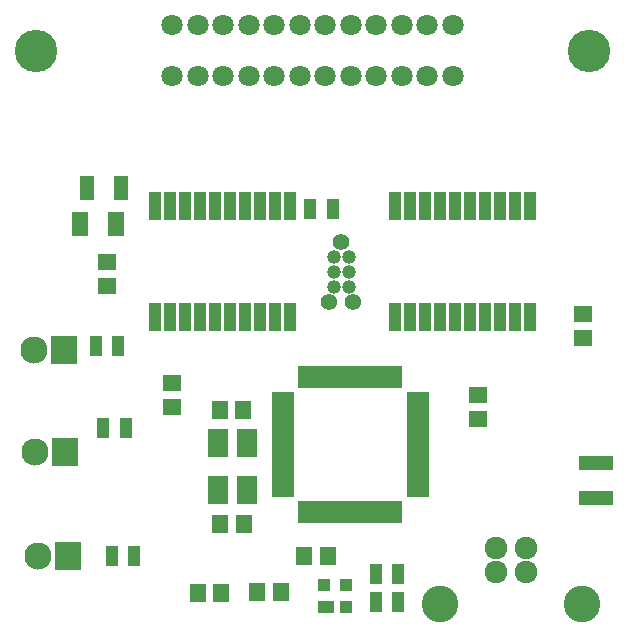
<source format=gbr>
G04 #@! TF.FileFunction,Soldermask,Top*
%FSLAX46Y46*%
G04 Gerber Fmt 4.6, Leading zero omitted, Abs format (unit mm)*
G04 Created by KiCad (PCBNEW 4.1.0-alpha+201606241232+6946~45~ubuntu16.04.1-product) date Wed Jun 29 20:04:26 2016*
%MOMM*%
%LPD*%
G01*
G04 APERTURE LIST*
%ADD10C,0.100000*%
%ADD11C,1.797000*%
%ADD12C,3.600400*%
%ADD13R,1.400000X1.650000*%
%ADD14R,1.650000X1.400000*%
%ADD15R,1.100000X1.700000*%
%ADD16R,1.000000X2.350000*%
%ADD17C,1.184860*%
%ADD18C,1.388060*%
%ADD19C,1.385520*%
%ADD20R,1.400000X1.000000*%
%ADD21R,1.000000X1.000000*%
%ADD22R,2.900000X1.300000*%
%ADD23R,2.300000X2.400000*%
%ADD24C,2.300000*%
%ADD25R,1.900000X0.950000*%
%ADD26R,0.950000X1.900000*%
%ADD27R,1.700000X2.400000*%
%ADD28R,1.400000X2.000000*%
%ADD29R,1.300000X2.100000*%
%ADD30C,1.924000*%
%ADD31C,3.100020*%
G04 APERTURE END LIST*
D10*
D11*
X145224500Y-79298800D03*
X147383500Y-79298800D03*
X140906500Y-79298800D03*
X143065500Y-79298800D03*
X145224500Y-75006200D03*
X143065500Y-75006200D03*
X140906500Y-75006200D03*
X147383500Y-75006200D03*
X138747500Y-79298800D03*
X136588500Y-79298800D03*
X134429500Y-79298800D03*
X132270500Y-79298800D03*
X138747500Y-75006200D03*
X136588500Y-75006200D03*
X134429500Y-75006200D03*
X132270500Y-75006200D03*
X149542500Y-79298800D03*
X151701500Y-79298800D03*
X153860500Y-79298800D03*
X156019500Y-79298800D03*
X149542500Y-75006200D03*
X151701500Y-75006200D03*
X153860500Y-75006200D03*
X156019500Y-75006200D03*
D12*
X167551100Y-77152500D03*
X120738900Y-77152500D03*
D13*
X138303000Y-117221000D03*
X136303000Y-117221000D03*
X136287000Y-107569000D03*
X138287000Y-107569000D03*
D14*
X132207000Y-105315000D03*
X132207000Y-107315000D03*
X126733300Y-97062800D03*
X126733300Y-95062800D03*
D15*
X145857000Y-90551000D03*
X143957000Y-90551000D03*
X151384000Y-121412000D03*
X149484000Y-121412000D03*
X151384000Y-123825000D03*
X149484000Y-123825000D03*
X127127000Y-119888000D03*
X129027000Y-119888000D03*
X126431000Y-109093000D03*
X128331000Y-109093000D03*
D16*
X162560000Y-90296000D03*
X161290000Y-90296000D03*
X160020000Y-90296000D03*
X158750000Y-90296000D03*
X157480000Y-90296000D03*
X156210000Y-90296000D03*
X154940000Y-90296000D03*
X153670000Y-90296000D03*
X152400000Y-90296000D03*
X151130000Y-90296000D03*
X151130000Y-99696000D03*
X152400000Y-99696000D03*
X153670000Y-99696000D03*
X154940000Y-99696000D03*
X156210000Y-99696000D03*
X157480000Y-99696000D03*
X158750000Y-99696000D03*
X160020000Y-99696000D03*
X161290000Y-99696000D03*
X162560000Y-99696000D03*
X142240000Y-90296000D03*
X140970000Y-90296000D03*
X139700000Y-90296000D03*
X138430000Y-90296000D03*
X137160000Y-90296000D03*
X135890000Y-90296000D03*
X134620000Y-90296000D03*
X133350000Y-90296000D03*
X132080000Y-90296000D03*
X130810000Y-90296000D03*
X130810000Y-99696000D03*
X132080000Y-99696000D03*
X133350000Y-99696000D03*
X134620000Y-99696000D03*
X135890000Y-99696000D03*
X137160000Y-99696000D03*
X138430000Y-99696000D03*
X139700000Y-99696000D03*
X140970000Y-99696000D03*
X142240000Y-99696000D03*
D17*
X145923000Y-94615000D03*
X147193000Y-94615000D03*
X145923000Y-95885000D03*
X147193000Y-95885000D03*
X145923000Y-97155000D03*
X147193000Y-97155000D03*
D18*
X146558000Y-93345000D03*
D19*
X147574000Y-98425000D03*
X145542000Y-98425000D03*
D20*
X145300000Y-124267000D03*
D21*
X147000000Y-124267000D03*
X147000000Y-122367000D03*
X145100000Y-122367000D03*
D22*
X168148000Y-114988000D03*
X168148000Y-112088000D03*
D15*
X125796000Y-102108000D03*
X127696000Y-102108000D03*
D23*
X123063000Y-102489000D03*
D24*
X120523000Y-102489000D03*
D23*
X123444000Y-119888000D03*
D24*
X120904000Y-119888000D03*
D23*
X123190000Y-111125000D03*
D24*
X120650000Y-111125000D03*
D25*
X153020000Y-114490000D03*
X153020000Y-113690000D03*
X153020000Y-112890000D03*
X153020000Y-112090000D03*
X153020000Y-111290000D03*
X153020000Y-110490000D03*
X153020000Y-109690000D03*
X153020000Y-108890000D03*
X153020000Y-108090000D03*
X153020000Y-107290000D03*
X153020000Y-106490000D03*
D26*
X151320000Y-104790000D03*
X150520000Y-104790000D03*
X149720000Y-104790000D03*
X148920000Y-104790000D03*
X148120000Y-104790000D03*
X147320000Y-104790000D03*
X146520000Y-104790000D03*
X145720000Y-104790000D03*
X144920000Y-104790000D03*
X144120000Y-104790000D03*
X143320000Y-104790000D03*
D25*
X141620000Y-106490000D03*
X141620000Y-107290000D03*
X141620000Y-108090000D03*
X141620000Y-108890000D03*
X141620000Y-109690000D03*
X141620000Y-110490000D03*
X141620000Y-111290000D03*
X141620000Y-112090000D03*
X141620000Y-112890000D03*
X141620000Y-113690000D03*
X141620000Y-114490000D03*
D26*
X143320000Y-116190000D03*
X144120000Y-116190000D03*
X144920000Y-116190000D03*
X145720000Y-116190000D03*
X146520000Y-116190000D03*
X147320000Y-116190000D03*
X148120000Y-116190000D03*
X148920000Y-116190000D03*
X149720000Y-116190000D03*
X150520000Y-116190000D03*
X151320000Y-116190000D03*
D27*
X138544000Y-114363000D03*
X138544000Y-110363000D03*
X136144000Y-110363000D03*
X136144000Y-114363000D03*
D13*
X145415000Y-119888000D03*
X143415000Y-119888000D03*
X134398000Y-123063000D03*
X136398000Y-123063000D03*
D14*
X158115000Y-108315000D03*
X158115000Y-106315000D03*
D13*
X139446000Y-122936000D03*
X141446000Y-122936000D03*
D14*
X167005000Y-101473000D03*
X167005000Y-99473000D03*
D28*
X127460000Y-91821000D03*
X124460000Y-91821000D03*
D29*
X127942000Y-88773000D03*
X125042000Y-88773000D03*
D30*
X159669480Y-119253000D03*
X162209480Y-119253000D03*
X162209480Y-121251980D03*
X159669480Y-121251980D03*
D31*
X154940000Y-123952000D03*
X166938960Y-123952000D03*
M02*

</source>
